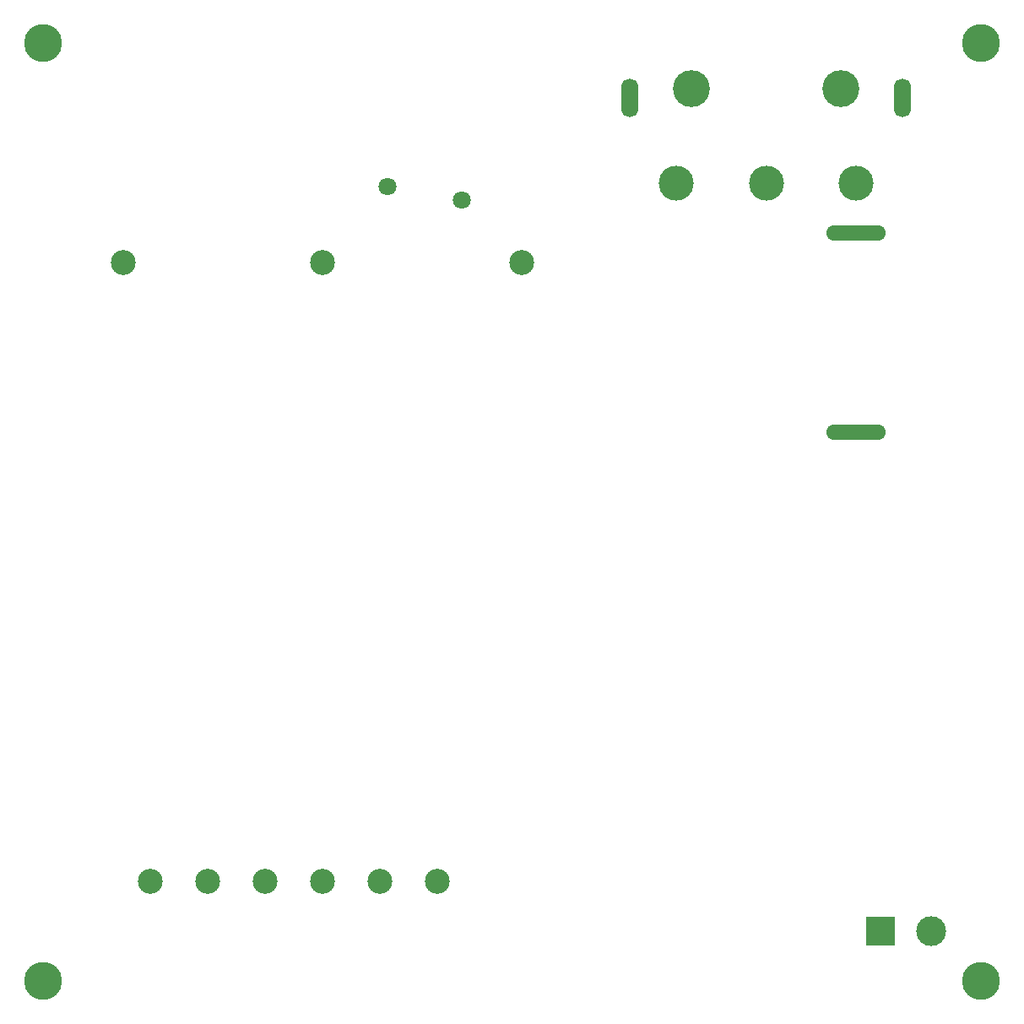
<source format=gbr>
%TF.GenerationSoftware,KiCad,Pcbnew,(5.99.0-2671-gfc0a358ba)*%
%TF.CreationDate,2020-09-06T03:18:24+05:30*%
%TF.ProjectId,Power_Supply,506f7765-725f-4537-9570-706c792e6b69,rev?*%
%TF.SameCoordinates,Original*%
%TF.FileFunction,Soldermask,Bot*%
%TF.FilePolarity,Negative*%
%FSLAX46Y46*%
G04 Gerber Fmt 4.6, Leading zero omitted, Abs format (unit mm)*
G04 Created by KiCad (PCBNEW (5.99.0-2671-gfc0a358ba)) date 2020-09-06 03:18:24*
%MOMM*%
%LPD*%
G01*
G04 APERTURE LIST*
%ADD10C,3.800000*%
%ADD11R,3.000000X3.000000*%
%ADD12C,3.000000*%
%ADD13C,3.700000*%
%ADD14C,3.500000*%
%ADD15O,1.700000X3.900000*%
%ADD16C,1.800000*%
%ADD17O,6.000000X1.524000*%
%ADD18C,2.500000*%
G04 APERTURE END LIST*
D10*
%TO.C,H1*%
X109000000Y-109000000D03*
%TD*%
D11*
%TO.C,J2*%
X99000000Y-104000000D03*
D12*
X104000000Y-104000000D03*
%TD*%
D13*
%TO.C,J1*%
X95000000Y-19500000D03*
X80000000Y-19500000D03*
D14*
X96500000Y-29000000D03*
X78500000Y-29000000D03*
X87500000Y-29000000D03*
D15*
X101150000Y-20500000D03*
X73850000Y-20500000D03*
%TD*%
D16*
%TO.C,RV1*%
X57000000Y-30750000D03*
X49500000Y-29350000D03*
%TD*%
D10*
%TO.C,H3*%
X109000000Y-15000000D03*
%TD*%
D17*
%TO.C,SW1*%
X96500000Y-34000000D03*
X96500000Y-54000000D03*
%TD*%
D18*
%TO.C,U1*%
X63000000Y-37000000D03*
X43000000Y-37000000D03*
X23000000Y-37000000D03*
X25750000Y-99000000D03*
X31500000Y-99000000D03*
X37250000Y-99000000D03*
X43000000Y-99000000D03*
X48750000Y-99000000D03*
X54500000Y-99000000D03*
%TD*%
D10*
%TO.C,H4*%
X15000000Y-109000000D03*
%TD*%
%TO.C,H2*%
X15000000Y-15000000D03*
%TD*%
M02*

</source>
